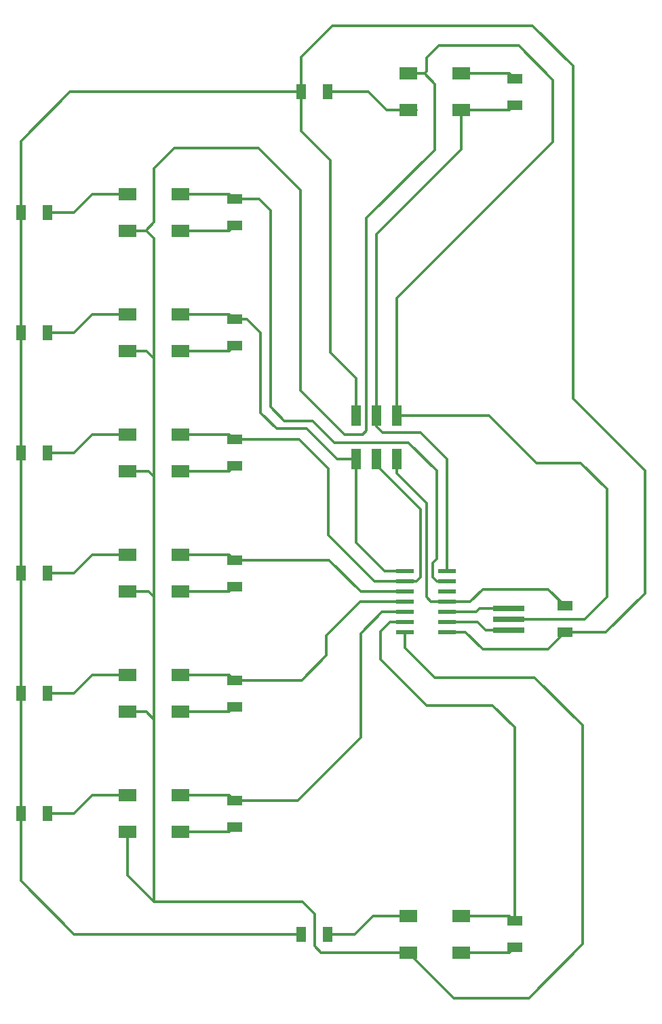
<source format=gbr>
G04 #@! TF.FileFunction,Copper,L1,Top,Signal*
%FSLAX46Y46*%
G04 Gerber Fmt 4.6, Leading zero omitted, Abs format (unit mm)*
G04 Created by KiCad (PCBNEW 4.0.6-e0-6349~53~ubuntu16.04.1) date Sun Apr 30 21:12:24 2017*
%MOMM*%
%LPD*%
G01*
G04 APERTURE LIST*
%ADD10C,0.100000*%
%ADD11R,1.905000X1.270000*%
%ADD12R,2.207260X0.609600*%
%ADD13R,1.270000X2.540000*%
%ADD14R,1.270000X1.905000*%
%ADD15R,2.286000X1.524000*%
%ADD16R,3.898900X0.797560*%
%ADD17C,0.350000*%
G04 APERTURE END LIST*
D10*
D11*
X122000000Y-147249000D03*
X122000000Y-150551000D03*
X87000000Y-132249000D03*
X87000000Y-135551000D03*
X87000000Y-117249000D03*
X87000000Y-120551000D03*
X87000000Y-102249000D03*
X87000000Y-105551000D03*
X87000000Y-87249000D03*
X87000000Y-90551000D03*
X87000000Y-72249000D03*
X87000000Y-75551000D03*
X87000000Y-57249000D03*
X87000000Y-60551000D03*
X122000000Y-45551000D03*
X122000000Y-42249000D03*
D12*
X113503500Y-111260000D03*
X113503500Y-109990000D03*
X113503500Y-108720000D03*
X113503500Y-107450000D03*
X113503500Y-106180000D03*
X113503500Y-104910000D03*
X113503500Y-103640000D03*
X108296500Y-103640000D03*
X108296500Y-104910000D03*
X108296500Y-106180000D03*
X108296500Y-107450000D03*
X108296500Y-108720000D03*
X108296500Y-109990000D03*
X108296500Y-111260000D03*
D13*
X102210000Y-89690000D03*
X102210000Y-84231540D03*
X104750000Y-89690000D03*
X104750000Y-84231540D03*
X107290000Y-89690000D03*
X107290000Y-84231540D03*
D14*
X95349000Y-148900000D03*
X98651000Y-148900000D03*
X60349000Y-133900000D03*
X63651000Y-133900000D03*
X60349000Y-118900000D03*
X63651000Y-118900000D03*
X60349000Y-103900000D03*
X63651000Y-103900000D03*
X60349000Y-88900000D03*
X63651000Y-88900000D03*
X60349000Y-73900000D03*
X63651000Y-73900000D03*
X60349000Y-58900000D03*
X63651000Y-58900000D03*
X95349000Y-43900000D03*
X98651000Y-43900000D03*
D15*
X108698000Y-146614000D03*
X115302000Y-146614000D03*
X108698000Y-151186000D03*
X115302000Y-151186000D03*
X73698000Y-131614000D03*
X80302000Y-131614000D03*
X73698000Y-136186000D03*
X80302000Y-136186000D03*
X73698000Y-116614000D03*
X80302000Y-116614000D03*
X73698000Y-121186000D03*
X80302000Y-121186000D03*
X73698000Y-101614000D03*
X80302000Y-101614000D03*
X73698000Y-106186000D03*
X80302000Y-106186000D03*
X73698000Y-86614000D03*
X80302000Y-86614000D03*
X73698000Y-91186000D03*
X80302000Y-91186000D03*
X73698000Y-71614000D03*
X80302000Y-71614000D03*
X73698000Y-76186000D03*
X80302000Y-76186000D03*
X73698000Y-56614000D03*
X80302000Y-56614000D03*
X73698000Y-61186000D03*
X80302000Y-61186000D03*
X108698000Y-41614000D03*
X115302000Y-41614000D03*
X108698000Y-46186000D03*
X115302000Y-46186000D03*
D16*
X121250000Y-110998740D03*
X121250000Y-109650000D03*
X121250000Y-108301260D03*
D11*
X128250000Y-107999000D03*
X128250000Y-111301000D03*
D17*
X108296500Y-109990000D02*
X106410000Y-109990000D01*
X122000000Y-123150000D02*
X122000000Y-147249000D01*
X119250000Y-120400000D02*
X122000000Y-123150000D01*
X111000000Y-120400000D02*
X119250000Y-120400000D01*
X105250000Y-114650000D02*
X111000000Y-120400000D01*
X105250000Y-111150000D02*
X105250000Y-114650000D01*
X106410000Y-109990000D02*
X105250000Y-111150000D01*
X115302000Y-146614000D02*
X121365000Y-146614000D01*
X121365000Y-146614000D02*
X122000000Y-147249000D01*
X115302000Y-151186000D02*
X121365000Y-151186000D01*
X121365000Y-151186000D02*
X122000000Y-150551000D01*
X108296500Y-108720000D02*
X105430000Y-108720000D01*
X94901000Y-132249000D02*
X87000000Y-132249000D01*
X102750000Y-124400000D02*
X94901000Y-132249000D01*
X102750000Y-111400000D02*
X102750000Y-124400000D01*
X105430000Y-108720000D02*
X102750000Y-111400000D01*
X80302000Y-131614000D02*
X86365000Y-131614000D01*
X86365000Y-131614000D02*
X87000000Y-132249000D01*
X80302000Y-136186000D02*
X86365000Y-136186000D01*
X86365000Y-136186000D02*
X87000000Y-135551000D01*
X108296500Y-107450000D02*
X102700000Y-107450000D01*
X95401000Y-117249000D02*
X87000000Y-117249000D01*
X98500000Y-114150000D02*
X95401000Y-117249000D01*
X98500000Y-111650000D02*
X98500000Y-114150000D01*
X102700000Y-107450000D02*
X98500000Y-111650000D01*
X80302000Y-116614000D02*
X86365000Y-116614000D01*
X86365000Y-116614000D02*
X87000000Y-117249000D01*
X80302000Y-121186000D02*
X86365000Y-121186000D01*
X86365000Y-121186000D02*
X87000000Y-120551000D01*
X108296500Y-106180000D02*
X102780000Y-106180000D01*
X98849000Y-102249000D02*
X87000000Y-102249000D01*
X102780000Y-106180000D02*
X98849000Y-102249000D01*
X80302000Y-101614000D02*
X86365000Y-101614000D01*
X86365000Y-101614000D02*
X87000000Y-102249000D01*
X80302000Y-106186000D02*
X86365000Y-106186000D01*
X86365000Y-106186000D02*
X87000000Y-105551000D01*
X108296500Y-104910000D02*
X104510000Y-104910000D01*
X95099000Y-87249000D02*
X87000000Y-87249000D01*
X98750000Y-90900000D02*
X95099000Y-87249000D01*
X98750000Y-99150000D02*
X98750000Y-90900000D01*
X104510000Y-104910000D02*
X98750000Y-99150000D01*
X104750000Y-89690000D02*
X104750000Y-90400000D01*
X104750000Y-90400000D02*
X110250000Y-95900000D01*
X110250000Y-95900000D02*
X110250000Y-104400000D01*
X110250000Y-104400000D02*
X109740000Y-104910000D01*
X109740000Y-104910000D02*
X108296500Y-104910000D01*
X80302000Y-86614000D02*
X86365000Y-86614000D01*
X86365000Y-86614000D02*
X87000000Y-87249000D01*
X80302000Y-91186000D02*
X86365000Y-91186000D01*
X86365000Y-91186000D02*
X87000000Y-90551000D01*
X102210000Y-89690000D02*
X99790000Y-89690000D01*
X88599000Y-72249000D02*
X87000000Y-72249000D01*
X90250000Y-73900000D02*
X88599000Y-72249000D01*
X90250000Y-83900000D02*
X90250000Y-73900000D01*
X92250000Y-85900000D02*
X90250000Y-83900000D01*
X96000000Y-85900000D02*
X92250000Y-85900000D01*
X99790000Y-89690000D02*
X96000000Y-85900000D01*
X102210000Y-89690000D02*
X101790000Y-89690000D01*
X108296500Y-103640000D02*
X105740000Y-103640000D01*
X102210000Y-100110000D02*
X102210000Y-89690000D01*
X105740000Y-103640000D02*
X102210000Y-100110000D01*
X108296500Y-103640000D02*
X107990000Y-103640000D01*
X80302000Y-71614000D02*
X86365000Y-71614000D01*
X86365000Y-71614000D02*
X87000000Y-72249000D01*
X80302000Y-76186000D02*
X86365000Y-76186000D01*
X86365000Y-76186000D02*
X87000000Y-75551000D01*
X113503500Y-104910000D02*
X112260000Y-104910000D01*
X90099000Y-57249000D02*
X87000000Y-57249000D01*
X91500000Y-58650000D02*
X90099000Y-57249000D01*
X91500000Y-83150000D02*
X91500000Y-58650000D01*
X93250000Y-84900000D02*
X91500000Y-83150000D01*
X96750000Y-84900000D02*
X93250000Y-84900000D01*
X99500000Y-87650000D02*
X96750000Y-84900000D01*
X108750000Y-87650000D02*
X99500000Y-87650000D01*
X112250000Y-91150000D02*
X108750000Y-87650000D01*
X112250000Y-102150000D02*
X112250000Y-91150000D01*
X111750000Y-102650000D02*
X112250000Y-102150000D01*
X111750000Y-104400000D02*
X111750000Y-102650000D01*
X112260000Y-104910000D02*
X111750000Y-104400000D01*
X80302000Y-56614000D02*
X86365000Y-56614000D01*
X86365000Y-56614000D02*
X87000000Y-57249000D01*
X80302000Y-61186000D02*
X86365000Y-61186000D01*
X86365000Y-61186000D02*
X87000000Y-60551000D01*
X104750000Y-84231540D02*
X104750000Y-61650000D01*
X115302000Y-51098000D02*
X115302000Y-46186000D01*
X104750000Y-61650000D02*
X115302000Y-51098000D01*
X115302000Y-46186000D02*
X121365000Y-46186000D01*
X121365000Y-46186000D02*
X122000000Y-45551000D01*
X121365000Y-46186000D02*
X122000000Y-45551000D01*
X104750000Y-84231540D02*
X104750000Y-85650000D01*
X104750000Y-85650000D02*
X105500000Y-86400000D01*
X113503500Y-103640000D02*
X113503500Y-89653500D01*
X110250000Y-86400000D02*
X105500000Y-86400000D01*
X113503500Y-89653500D02*
X110250000Y-86400000D01*
X115302000Y-41614000D02*
X121365000Y-41614000D01*
X121365000Y-41614000D02*
X122000000Y-42249000D01*
X121365000Y-41614000D02*
X122000000Y-42249000D01*
X102210000Y-84231540D02*
X102210000Y-79610000D01*
X95349000Y-48749000D02*
X95349000Y-43900000D01*
X99000000Y-52400000D02*
X95349000Y-48749000D01*
X99000000Y-76400000D02*
X99000000Y-52400000D01*
X102210000Y-79610000D02*
X99000000Y-76400000D01*
X95349000Y-43900000D02*
X95349000Y-39551000D01*
X133349000Y-111301000D02*
X128250000Y-111301000D01*
X138250000Y-106400000D02*
X133349000Y-111301000D01*
X138250000Y-91150000D02*
X138250000Y-106400000D01*
X129250000Y-82150000D02*
X138250000Y-91150000D01*
X129250000Y-40650000D02*
X129250000Y-82150000D01*
X124250000Y-35650000D02*
X129250000Y-40650000D01*
X99250000Y-35650000D02*
X124250000Y-35650000D01*
X95349000Y-39551000D02*
X99250000Y-35650000D01*
X113503500Y-111260000D02*
X115860000Y-111260000D01*
X115860000Y-111260000D02*
X118000000Y-113400000D01*
X124250000Y-113400000D02*
X126151000Y-113400000D01*
X118000000Y-113400000D02*
X124250000Y-113400000D01*
X126151000Y-113400000D02*
X128250000Y-111301000D01*
X95349000Y-43900000D02*
X66500000Y-43900000D01*
X66500000Y-43900000D02*
X60349000Y-50051000D01*
X60349000Y-50051000D02*
X60349000Y-58900000D01*
X60349000Y-133900000D02*
X60349000Y-142249000D01*
X60349000Y-142249000D02*
X67000000Y-148900000D01*
X67000000Y-148900000D02*
X95349000Y-148900000D01*
X60349000Y-58900000D02*
X60349000Y-73900000D01*
X60349000Y-73900000D02*
X60349000Y-88900000D01*
X60349000Y-88900000D02*
X60349000Y-103900000D01*
X60349000Y-103900000D02*
X60349000Y-118900000D01*
X60349000Y-118900000D02*
X60349000Y-133900000D01*
X113503500Y-109990000D02*
X117340000Y-109990000D01*
X118348740Y-110998740D02*
X121250000Y-110998740D01*
X117340000Y-109990000D02*
X118348740Y-110998740D01*
X113503500Y-108720000D02*
X117180000Y-108720000D01*
X117598740Y-108301260D02*
X121250000Y-108301260D01*
X117180000Y-108720000D02*
X117598740Y-108301260D01*
X113503500Y-107450000D02*
X116450000Y-107450000D01*
X126151000Y-105900000D02*
X128250000Y-107999000D01*
X118000000Y-105900000D02*
X126151000Y-105900000D01*
X116450000Y-107450000D02*
X118000000Y-105900000D01*
X107290000Y-89690000D02*
X107290000Y-91440000D01*
X111550000Y-107450000D02*
X113503500Y-107450000D01*
X111000000Y-106900000D02*
X111550000Y-107450000D01*
X111000000Y-95150000D02*
X111000000Y-106900000D01*
X107290000Y-91440000D02*
X111000000Y-95150000D01*
X98651000Y-148900000D02*
X102000000Y-148900000D01*
X104286000Y-146614000D02*
X108698000Y-146614000D01*
X102000000Y-148900000D02*
X104286000Y-146614000D01*
X73698000Y-131614000D02*
X69286000Y-131614000D01*
X67000000Y-133900000D02*
X63651000Y-133900000D01*
X69286000Y-131614000D02*
X67000000Y-133900000D01*
X73698000Y-116614000D02*
X69286000Y-116614000D01*
X67000000Y-118900000D02*
X63651000Y-118900000D01*
X69286000Y-116614000D02*
X67000000Y-118900000D01*
X73698000Y-101614000D02*
X69286000Y-101614000D01*
X67000000Y-103900000D02*
X63651000Y-103900000D01*
X69286000Y-101614000D02*
X67000000Y-103900000D01*
X73698000Y-86614000D02*
X69286000Y-86614000D01*
X67000000Y-88900000D02*
X63651000Y-88900000D01*
X69286000Y-86614000D02*
X67000000Y-88900000D01*
X73698000Y-71614000D02*
X69286000Y-71614000D01*
X67000000Y-73900000D02*
X63651000Y-73900000D01*
X69286000Y-71614000D02*
X67000000Y-73900000D01*
X63651000Y-58900000D02*
X67000000Y-58900000D01*
X69286000Y-56614000D02*
X73698000Y-56614000D01*
X67000000Y-58900000D02*
X69286000Y-56614000D01*
X98651000Y-43900000D02*
X103750000Y-43900000D01*
X106036000Y-46186000D02*
X108698000Y-46186000D01*
X103750000Y-43900000D02*
X106036000Y-46186000D01*
X108698000Y-46186000D02*
X109714000Y-46186000D01*
X107290000Y-84231540D02*
X107290000Y-69610000D01*
X111000000Y-41328000D02*
X110714000Y-41614000D01*
X111000000Y-39650000D02*
X111000000Y-41328000D01*
X112500000Y-38150000D02*
X111000000Y-39650000D01*
X122500000Y-38150000D02*
X112500000Y-38150000D01*
X126750000Y-42400000D02*
X122500000Y-38150000D01*
X126750000Y-50150000D02*
X126750000Y-42400000D01*
X107290000Y-69610000D02*
X126750000Y-50150000D01*
X110714000Y-41614000D02*
X108698000Y-41614000D01*
X73698000Y-61186000D02*
X75964000Y-61186000D01*
X75964000Y-61186000D02*
X77000000Y-60150000D01*
X77000000Y-60150000D02*
X77000000Y-53400000D01*
X77000000Y-53400000D02*
X79500000Y-50900000D01*
X79500000Y-50900000D02*
X90000000Y-50900000D01*
X90000000Y-50900000D02*
X95250000Y-56150000D01*
X95250000Y-56150000D02*
X95250000Y-81150000D01*
X95250000Y-81150000D02*
X100750000Y-86650000D01*
X100750000Y-86650000D02*
X103000000Y-86650000D01*
X103000000Y-86650000D02*
X103500000Y-86150000D01*
X103500000Y-86150000D02*
X103500000Y-69900000D01*
X103500000Y-69900000D02*
X103500000Y-59650000D01*
X103500000Y-59650000D02*
X112000000Y-51150000D01*
X112000000Y-51150000D02*
X112000000Y-42900000D01*
X112000000Y-42900000D02*
X110714000Y-41614000D01*
X110714000Y-41614000D02*
X108698000Y-41614000D01*
X108296500Y-111260000D02*
X108296500Y-113196500D01*
X114412000Y-156900000D02*
X108698000Y-151186000D01*
X123750000Y-156900000D02*
X114412000Y-156900000D01*
X130500000Y-150150000D02*
X123750000Y-156900000D01*
X130500000Y-122900000D02*
X130500000Y-150150000D01*
X124500000Y-116900000D02*
X130500000Y-122900000D01*
X112000000Y-116900000D02*
X124500000Y-116900000D01*
X108296500Y-113196500D02*
X112000000Y-116900000D01*
X108698000Y-41614000D02*
X109714000Y-41614000D01*
X77000000Y-62400000D02*
X77000000Y-62150000D01*
X76036000Y-61186000D02*
X73698000Y-61186000D01*
X77000000Y-62150000D02*
X76036000Y-61186000D01*
X77000000Y-77400000D02*
X77000000Y-77150000D01*
X76036000Y-76186000D02*
X73698000Y-76186000D01*
X77000000Y-77150000D02*
X76036000Y-76186000D01*
X77000000Y-92400000D02*
X77000000Y-91900000D01*
X76286000Y-91186000D02*
X73698000Y-91186000D01*
X77000000Y-91900000D02*
X76286000Y-91186000D01*
X77000000Y-107400000D02*
X77000000Y-106900000D01*
X76286000Y-106186000D02*
X73698000Y-106186000D01*
X77000000Y-106900000D02*
X76286000Y-106186000D01*
X77000000Y-122650000D02*
X77000000Y-122150000D01*
X76036000Y-121186000D02*
X73698000Y-121186000D01*
X77000000Y-122150000D02*
X76036000Y-121186000D01*
X78000000Y-144900000D02*
X77000000Y-144900000D01*
X77000000Y-144900000D02*
X77000000Y-133900000D01*
X77000000Y-133900000D02*
X77000000Y-122650000D01*
X77000000Y-122650000D02*
X77000000Y-107400000D01*
X77000000Y-107400000D02*
X77000000Y-92400000D01*
X77000000Y-92400000D02*
X77000000Y-77400000D01*
X77000000Y-77400000D02*
X77000000Y-62400000D01*
X107290000Y-84231540D02*
X118831540Y-84231540D01*
X130750000Y-109650000D02*
X121250000Y-109650000D01*
X133500000Y-106900000D02*
X130750000Y-109650000D01*
X133500000Y-93400000D02*
X133500000Y-106900000D01*
X130250000Y-90150000D02*
X133500000Y-93400000D01*
X124750000Y-90150000D02*
X130250000Y-90150000D01*
X118831540Y-84231540D02*
X124750000Y-90150000D01*
X73698000Y-136186000D02*
X73698000Y-141598000D01*
X73698000Y-141598000D02*
X77000000Y-144900000D01*
X108698000Y-151186000D02*
X97786000Y-151186000D01*
X95500000Y-144900000D02*
X78000000Y-144900000D01*
X97000000Y-146400000D02*
X95500000Y-144900000D01*
X97000000Y-150400000D02*
X97000000Y-146400000D01*
X97786000Y-151186000D02*
X97000000Y-150400000D01*
M02*

</source>
